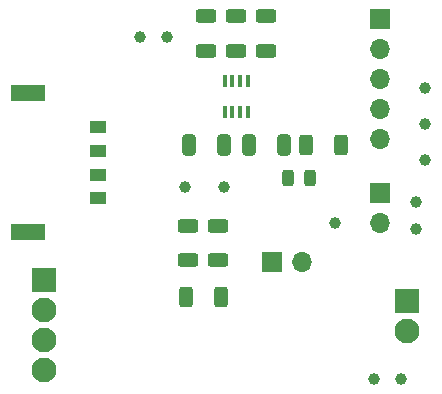
<source format=gbr>
%TF.GenerationSoftware,KiCad,Pcbnew,7.0.2*%
%TF.CreationDate,2024-06-22T20:38:36+05:30*%
%TF.ProjectId,EPS_SolarInput,4550535f-536f-46c6-9172-496e7075742e,v01*%
%TF.SameCoordinates,Original*%
%TF.FileFunction,Soldermask,Top*%
%TF.FilePolarity,Negative*%
%FSLAX46Y46*%
G04 Gerber Fmt 4.6, Leading zero omitted, Abs format (unit mm)*
G04 Created by KiCad (PCBNEW 7.0.2) date 2024-06-22 20:38:36*
%MOMM*%
%LPD*%
G01*
G04 APERTURE LIST*
G04 Aperture macros list*
%AMRoundRect*
0 Rectangle with rounded corners*
0 $1 Rounding radius*
0 $2 $3 $4 $5 $6 $7 $8 $9 X,Y pos of 4 corners*
0 Add a 4 corners polygon primitive as box body*
4,1,4,$2,$3,$4,$5,$6,$7,$8,$9,$2,$3,0*
0 Add four circle primitives for the rounded corners*
1,1,$1+$1,$2,$3*
1,1,$1+$1,$4,$5*
1,1,$1+$1,$6,$7*
1,1,$1+$1,$8,$9*
0 Add four rect primitives between the rounded corners*
20,1,$1+$1,$2,$3,$4,$5,0*
20,1,$1+$1,$4,$5,$6,$7,0*
20,1,$1+$1,$6,$7,$8,$9,0*
20,1,$1+$1,$8,$9,$2,$3,0*%
G04 Aperture macros list end*
%ADD10R,1.700000X1.700000*%
%ADD11O,1.700000X1.700000*%
%ADD12C,1.000000*%
%ADD13RoundRect,0.250000X0.325000X0.650000X-0.325000X0.650000X-0.325000X-0.650000X0.325000X-0.650000X0*%
%ADD14RoundRect,0.250000X-0.312500X-0.625000X0.312500X-0.625000X0.312500X0.625000X-0.312500X0.625000X0*%
%ADD15RoundRect,0.250000X0.625000X-0.312500X0.625000X0.312500X-0.625000X0.312500X-0.625000X-0.312500X0*%
%ADD16RoundRect,0.250000X-0.625000X0.312500X-0.625000X-0.312500X0.625000X-0.312500X0.625000X0.312500X0*%
%ADD17C,2.100000*%
%ADD18R,2.100000X2.100000*%
%ADD19R,1.450000X1.100000*%
%ADD20R,2.899999X1.350000*%
%ADD21R,0.431800X1.003300*%
%ADD22RoundRect,0.243750X0.243750X0.456250X-0.243750X0.456250X-0.243750X-0.456250X0.243750X-0.456250X0*%
G04 APERTURE END LIST*
D10*
%TO.C,J4*%
X145288000Y-108966000D03*
D11*
X147828000Y-108966000D03*
%TD*%
D12*
%TO.C,GND*%
X156210000Y-118872000D03*
%TD*%
%TO.C,VOUT*%
X153924000Y-118872000D03*
%TD*%
%TO.C,TP10*%
X157480000Y-103886000D03*
%TD*%
%TO.C,TP9*%
X157480000Y-106172000D03*
%TD*%
%TO.C,TP8*%
X158242000Y-94234000D03*
%TD*%
%TO.C,TP7*%
X158242000Y-97282000D03*
%TD*%
%TO.C,TP6*%
X158242000Y-100330000D03*
%TD*%
%TO.C,TP5*%
X141224000Y-102616000D03*
%TD*%
%TO.C,TP4*%
X137922000Y-102616000D03*
%TD*%
%TO.C,TP3*%
X150622000Y-105664000D03*
%TD*%
%TO.C,TP2*%
X136398000Y-89916000D03*
%TD*%
%TO.C,TP1*%
X134112000Y-89916000D03*
%TD*%
D13*
%TO.C,C2*%
X141175000Y-99060000D03*
X138225000Y-99060000D03*
%TD*%
D14*
%TO.C,R4*%
X151068500Y-99060000D03*
X148143500Y-99060000D03*
%TD*%
D15*
%TO.C,R2*%
X140716000Y-105918000D03*
X140716000Y-108843000D03*
%TD*%
D11*
%TO.C,J5*%
X154432000Y-98557000D03*
X154432000Y-96017000D03*
X154432000Y-93477000D03*
X154432000Y-90937000D03*
D10*
X154432000Y-88397000D03*
%TD*%
D16*
%TO.C,R7*%
X139700000Y-88199500D03*
X139700000Y-91124500D03*
%TD*%
D11*
%TO.C,J3*%
X154432000Y-105659000D03*
D10*
X154432000Y-103119000D03*
%TD*%
D16*
%TO.C,R6*%
X142240000Y-91124500D03*
X142240000Y-88199500D03*
%TD*%
D17*
%TO.C,J2*%
X156718000Y-114808000D03*
D18*
X156718000Y-112268000D03*
%TD*%
%TO.C,J6*%
X125984000Y-110485000D03*
D17*
X125984000Y-113025000D03*
X125984000Y-115565000D03*
X125984000Y-118105000D03*
%TD*%
D19*
%TO.C,J1*%
X130550000Y-97590350D03*
X130550000Y-99590351D03*
X130550000Y-101590350D03*
X130550000Y-103590351D03*
D20*
X124575001Y-94695352D03*
X124575001Y-106485349D03*
%TD*%
D21*
%TO.C,INA232*%
X141265021Y-96323150D03*
X141915007Y-96323150D03*
X142564993Y-96323150D03*
X143214979Y-96323150D03*
X143214979Y-93668850D03*
X142564993Y-93668850D03*
X141915007Y-93668850D03*
X141265021Y-93668850D03*
%TD*%
D14*
%TO.C,R3*%
X137983500Y-111952500D03*
X140908500Y-111952500D03*
%TD*%
D16*
%TO.C,R5*%
X144780000Y-88199500D03*
X144780000Y-91124500D03*
%TD*%
D13*
%TO.C,C1*%
X143305000Y-99060000D03*
X146255000Y-99060000D03*
%TD*%
D15*
%TO.C,R1*%
X138176000Y-108843000D03*
X138176000Y-105918000D03*
%TD*%
D22*
%TO.C,D1*%
X146636500Y-101854000D03*
X148511500Y-101854000D03*
%TD*%
M02*

</source>
